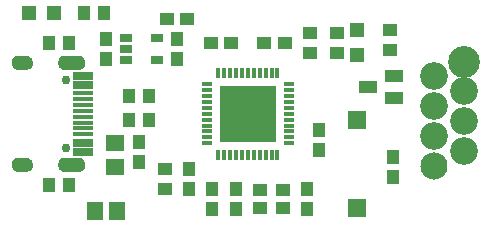
<source format=gts>
G04 EAGLE Gerber RS-274X export*
G75*
%MOMM*%
%FSLAX34Y34*%
%LPD*%
%INSoldermask Top*%
%IPPOS*%
%AMOC8*
5,1,8,0,0,1.08239X$1,22.5*%
G01*
%ADD10R,0.901600X0.351600*%
%ADD11R,0.351600X0.901600*%
%ADD12R,4.801600X4.801600*%
%ADD13R,1.101600X1.201600*%
%ADD14R,1.201600X1.101600*%
%ADD15R,1.301600X1.301600*%
%ADD16R,1.801600X0.401600*%
%ADD17R,1.801600X0.701600*%
%ADD18C,0.751600*%
%ADD19C,2.301600*%
%ADD20C,2.701600*%
%ADD21C,2.351600*%
%ADD22R,1.401600X1.601600*%
%ADD23R,1.188400X1.088400*%
%ADD24R,1.601600X1.601600*%
%ADD25R,1.601600X1.401600*%
%ADD26R,1.091600X0.791600*%
%ADD27R,1.501600X1.101600*%

G36*
X61805Y137154D02*
X61805Y137154D01*
X61807Y137151D01*
X63087Y137346D01*
X63093Y137352D01*
X63097Y137349D01*
X64301Y137824D01*
X64306Y137831D01*
X64311Y137829D01*
X65379Y138560D01*
X65382Y138567D01*
X65388Y138567D01*
X66267Y139517D01*
X66267Y139525D01*
X66273Y139526D01*
X66918Y140647D01*
X66917Y140656D01*
X66923Y140658D01*
X67302Y141895D01*
X67300Y141903D01*
X67304Y141906D01*
X67399Y143196D01*
X67396Y143201D01*
X67399Y143203D01*
X67332Y144334D01*
X67327Y144339D01*
X67331Y144343D01*
X67044Y145440D01*
X67038Y145444D01*
X67041Y145449D01*
X66546Y146468D01*
X66540Y146471D01*
X66541Y146476D01*
X65857Y147379D01*
X65850Y147381D01*
X65850Y147386D01*
X65003Y148139D01*
X64996Y148139D01*
X64995Y148144D01*
X64018Y148717D01*
X64011Y148716D01*
X64009Y148721D01*
X62938Y149092D01*
X62932Y149089D01*
X62929Y149094D01*
X61807Y149249D01*
X61802Y149246D01*
X61800Y149249D01*
X49800Y149249D01*
X49795Y149246D01*
X49792Y149249D01*
X48525Y149044D01*
X48519Y149038D01*
X48515Y149041D01*
X47325Y148559D01*
X47321Y148552D01*
X47315Y148554D01*
X46262Y147820D01*
X46260Y147812D01*
X46254Y147813D01*
X45391Y146863D01*
X45390Y146854D01*
X45385Y146854D01*
X44755Y145735D01*
X44756Y145727D01*
X44750Y145725D01*
X44385Y144495D01*
X44388Y144487D01*
X44383Y144484D01*
X44301Y143203D01*
X44304Y143199D01*
X44301Y143197D01*
X44383Y141916D01*
X44389Y141910D01*
X44385Y141905D01*
X44750Y140675D01*
X44757Y140670D01*
X44755Y140665D01*
X45385Y139546D01*
X45392Y139543D01*
X45391Y139537D01*
X46254Y138587D01*
X46262Y138586D01*
X46262Y138580D01*
X47315Y137846D01*
X47323Y137846D01*
X47325Y137841D01*
X48515Y137359D01*
X48522Y137361D01*
X48525Y137356D01*
X49792Y137151D01*
X49797Y137154D01*
X49800Y137151D01*
X61800Y137151D01*
X61805Y137154D01*
G37*
G36*
X61805Y50754D02*
X61805Y50754D01*
X61807Y50751D01*
X63087Y50946D01*
X63093Y50952D01*
X63097Y50949D01*
X64301Y51424D01*
X64306Y51431D01*
X64311Y51429D01*
X65379Y52160D01*
X65382Y52167D01*
X65388Y52167D01*
X66267Y53117D01*
X66267Y53125D01*
X66273Y53126D01*
X66918Y54247D01*
X66917Y54256D01*
X66923Y54258D01*
X67302Y55495D01*
X67300Y55503D01*
X67304Y55506D01*
X67399Y56796D01*
X67396Y56801D01*
X67399Y56803D01*
X67332Y57934D01*
X67327Y57939D01*
X67331Y57943D01*
X67044Y59040D01*
X67038Y59044D01*
X67041Y59049D01*
X66546Y60068D01*
X66540Y60071D01*
X66541Y60076D01*
X65857Y60979D01*
X65850Y60981D01*
X65850Y60986D01*
X65003Y61739D01*
X64996Y61739D01*
X64995Y61744D01*
X64018Y62317D01*
X64011Y62316D01*
X64009Y62321D01*
X62938Y62692D01*
X62932Y62689D01*
X62929Y62694D01*
X61807Y62849D01*
X61802Y62846D01*
X61800Y62849D01*
X49800Y62849D01*
X49795Y62846D01*
X49792Y62849D01*
X48525Y62644D01*
X48519Y62638D01*
X48515Y62641D01*
X47325Y62159D01*
X47321Y62152D01*
X47315Y62154D01*
X46262Y61420D01*
X46260Y61412D01*
X46254Y61413D01*
X45391Y60463D01*
X45390Y60454D01*
X45385Y60454D01*
X44755Y59335D01*
X44756Y59327D01*
X44750Y59325D01*
X44385Y58095D01*
X44388Y58087D01*
X44383Y58084D01*
X44301Y56803D01*
X44304Y56799D01*
X44301Y56797D01*
X44383Y55516D01*
X44389Y55510D01*
X44385Y55505D01*
X44750Y54275D01*
X44757Y54270D01*
X44755Y54265D01*
X45385Y53146D01*
X45392Y53143D01*
X45391Y53137D01*
X46254Y52187D01*
X46262Y52186D01*
X46262Y52180D01*
X47315Y51446D01*
X47323Y51446D01*
X47325Y51441D01*
X48515Y50959D01*
X48522Y50961D01*
X48525Y50956D01*
X49792Y50751D01*
X49797Y50754D01*
X49800Y50751D01*
X61800Y50751D01*
X61805Y50754D01*
G37*
G36*
X17003Y137153D02*
X17003Y137153D01*
X17005Y137151D01*
X18181Y137262D01*
X18186Y137267D01*
X18190Y137264D01*
X19322Y137602D01*
X19326Y137608D01*
X19331Y137606D01*
X20375Y138158D01*
X20378Y138165D01*
X20383Y138163D01*
X21299Y138909D01*
X21300Y138916D01*
X21306Y138916D01*
X22059Y139826D01*
X22059Y139833D01*
X22064Y139834D01*
X22625Y140873D01*
X22624Y140878D01*
X22628Y140880D01*
X22627Y140881D01*
X22629Y140882D01*
X22976Y142011D01*
X22976Y142012D01*
X22977Y142013D01*
X22974Y142017D01*
X22978Y142020D01*
X23099Y143195D01*
X23095Y143202D01*
X23099Y143206D01*
X22942Y144546D01*
X22937Y144552D01*
X22940Y144557D01*
X22489Y145828D01*
X22482Y145833D01*
X22484Y145838D01*
X21762Y146977D01*
X21754Y146980D01*
X21755Y146986D01*
X20797Y147936D01*
X20789Y147937D01*
X20788Y147943D01*
X19643Y148656D01*
X19635Y148655D01*
X19633Y148661D01*
X18357Y149101D01*
X18350Y149099D01*
X18347Y149103D01*
X17005Y149249D01*
X17002Y149247D01*
X17000Y149249D01*
X11000Y149249D01*
X10997Y149247D01*
X10994Y149249D01*
X9665Y149094D01*
X9659Y149088D01*
X9655Y149091D01*
X8394Y148644D01*
X8389Y148637D01*
X8384Y148639D01*
X7254Y147922D01*
X7251Y147915D01*
X7245Y147916D01*
X6303Y146966D01*
X6302Y146957D01*
X6296Y146957D01*
X5589Y145821D01*
X5590Y145813D01*
X5584Y145811D01*
X5148Y144546D01*
X5150Y144538D01*
X5145Y144536D01*
X5001Y143205D01*
X5005Y143199D01*
X5001Y143195D01*
X5111Y142029D01*
X5116Y142024D01*
X5113Y142020D01*
X5448Y140897D01*
X5454Y140893D01*
X5452Y140889D01*
X6000Y139853D01*
X6006Y139850D01*
X6005Y139845D01*
X6744Y138937D01*
X6751Y138935D01*
X6751Y138930D01*
X7653Y138183D01*
X7661Y138183D01*
X7661Y138178D01*
X8692Y137621D01*
X8699Y137622D01*
X8701Y137617D01*
X9820Y137273D01*
X9827Y137275D01*
X9830Y137271D01*
X10995Y137151D01*
X10998Y137153D01*
X11000Y137151D01*
X17000Y137151D01*
X17003Y137153D01*
G37*
G36*
X17003Y50753D02*
X17003Y50753D01*
X17005Y50751D01*
X18181Y50862D01*
X18186Y50867D01*
X18190Y50864D01*
X19322Y51202D01*
X19326Y51208D01*
X19331Y51206D01*
X20375Y51758D01*
X20378Y51765D01*
X20383Y51763D01*
X21299Y52509D01*
X21300Y52516D01*
X21306Y52516D01*
X22059Y53426D01*
X22059Y53433D01*
X22064Y53434D01*
X22625Y54473D01*
X22624Y54478D01*
X22628Y54480D01*
X22627Y54481D01*
X22629Y54482D01*
X22976Y55611D01*
X22976Y55612D01*
X22977Y55613D01*
X22974Y55617D01*
X22978Y55620D01*
X23099Y56795D01*
X23095Y56802D01*
X23099Y56806D01*
X22942Y58146D01*
X22937Y58152D01*
X22940Y58157D01*
X22489Y59428D01*
X22482Y59433D01*
X22484Y59438D01*
X21762Y60577D01*
X21754Y60580D01*
X21755Y60586D01*
X20797Y61536D01*
X20789Y61537D01*
X20788Y61543D01*
X19643Y62256D01*
X19635Y62255D01*
X19633Y62261D01*
X18357Y62701D01*
X18350Y62699D01*
X18347Y62703D01*
X17005Y62849D01*
X17002Y62847D01*
X17000Y62849D01*
X11000Y62849D01*
X10997Y62847D01*
X10994Y62849D01*
X9665Y62694D01*
X9659Y62688D01*
X9655Y62691D01*
X8394Y62244D01*
X8389Y62237D01*
X8384Y62239D01*
X7254Y61522D01*
X7251Y61515D01*
X7245Y61516D01*
X6303Y60566D01*
X6302Y60557D01*
X6296Y60557D01*
X5589Y59421D01*
X5590Y59413D01*
X5584Y59411D01*
X5148Y58146D01*
X5150Y58138D01*
X5145Y58136D01*
X5001Y56805D01*
X5005Y56799D01*
X5001Y56795D01*
X5111Y55629D01*
X5116Y55624D01*
X5113Y55620D01*
X5448Y54497D01*
X5454Y54493D01*
X5452Y54489D01*
X6000Y53453D01*
X6006Y53450D01*
X6005Y53445D01*
X6744Y52537D01*
X6751Y52535D01*
X6751Y52530D01*
X7653Y51783D01*
X7661Y51783D01*
X7661Y51778D01*
X8692Y51221D01*
X8699Y51222D01*
X8701Y51217D01*
X9820Y50873D01*
X9827Y50875D01*
X9830Y50871D01*
X10995Y50751D01*
X10998Y50753D01*
X11000Y50751D01*
X17000Y50751D01*
X17003Y50753D01*
G37*
D10*
X170250Y125000D03*
X170250Y120000D03*
X170250Y115000D03*
X170250Y110000D03*
X170250Y105000D03*
X170250Y100000D03*
X170250Y95000D03*
X170250Y90000D03*
X170250Y85000D03*
X170250Y80000D03*
X170250Y75000D03*
D11*
X180000Y65250D03*
X185000Y65250D03*
X190000Y65250D03*
X195000Y65250D03*
X200000Y65250D03*
X205000Y65250D03*
X210000Y65250D03*
X215000Y65250D03*
X220000Y65250D03*
X225000Y65250D03*
X230000Y65250D03*
D10*
X239750Y75000D03*
X239750Y80000D03*
X239750Y85000D03*
X239750Y90000D03*
X239750Y95000D03*
X239750Y100000D03*
X239750Y105000D03*
X239750Y110000D03*
X239750Y115000D03*
X239750Y120000D03*
X239750Y125000D03*
D11*
X230000Y134750D03*
X225000Y134750D03*
X220000Y134750D03*
X215000Y134750D03*
X210000Y134750D03*
X205000Y134750D03*
X200000Y134750D03*
X195000Y134750D03*
X190000Y134750D03*
X185000Y134750D03*
X180000Y134750D03*
D12*
X205000Y100000D03*
D13*
X112500Y76000D03*
X112500Y59000D03*
X104000Y95000D03*
X121000Y95000D03*
X104000Y115000D03*
X121000Y115000D03*
X175000Y36000D03*
X175000Y19000D03*
D14*
X174000Y160000D03*
X191000Y160000D03*
D13*
X265000Y86000D03*
X265000Y69000D03*
D14*
X236000Y160000D03*
X219000Y160000D03*
D13*
X327500Y46500D03*
X327500Y63500D03*
D14*
X280000Y151500D03*
X280000Y168500D03*
D15*
X297500Y170500D03*
X297500Y149500D03*
D16*
X65100Y92500D03*
X65100Y97500D03*
D17*
X65100Y67750D03*
X65100Y75500D03*
D16*
X65100Y82500D03*
X65100Y87500D03*
X65100Y107500D03*
X65100Y102500D03*
D17*
X65100Y132250D03*
X65100Y124500D03*
D16*
X65100Y117500D03*
X65100Y112500D03*
D18*
X50550Y128900D03*
X50550Y71100D03*
D19*
X362300Y55950D03*
D20*
X387700Y144050D03*
D21*
X362300Y80950D03*
X362300Y106350D03*
X362300Y131750D03*
X387700Y68250D03*
X387700Y93650D03*
X387700Y119050D03*
D22*
X94500Y17500D03*
X75500Y17500D03*
D14*
X153500Y180000D03*
X136500Y180000D03*
D13*
X145000Y163500D03*
X145000Y146500D03*
X85000Y163500D03*
X85000Y146500D03*
X53500Y40000D03*
X36500Y40000D03*
X53500Y160000D03*
X36500Y160000D03*
D14*
X257500Y151500D03*
X257500Y168500D03*
X135000Y53500D03*
X135000Y36500D03*
D13*
X155000Y53500D03*
X155000Y36500D03*
D15*
X19500Y185000D03*
X40500Y185000D03*
D13*
X83500Y185000D03*
X66500Y185000D03*
X195000Y36000D03*
X195000Y19000D03*
X255000Y36000D03*
X255000Y19000D03*
D23*
X234625Y35125D03*
X215375Y35125D03*
X215375Y19875D03*
X234625Y19875D03*
D14*
X325000Y171000D03*
X325000Y154000D03*
D24*
X297500Y95000D03*
X297500Y20000D03*
D25*
X92500Y75000D03*
X92500Y55000D03*
D26*
X102100Y164500D03*
X102100Y155000D03*
X102100Y145500D03*
X128000Y145500D03*
X128000Y164500D03*
D27*
X306500Y122500D03*
X328500Y132000D03*
X328500Y113000D03*
M02*

</source>
